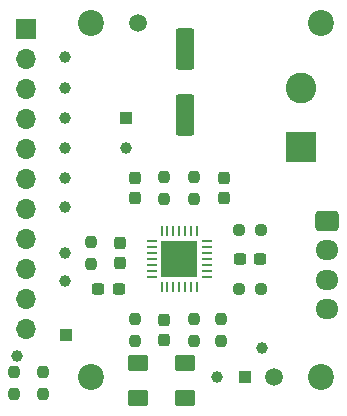
<source format=gbr>
%TF.GenerationSoftware,KiCad,Pcbnew,8.0.4*%
%TF.CreationDate,2024-09-14T10:14:20+02:00*%
%TF.ProjectId,tmc2208-breakout,746d6332-3230-4382-9d62-7265616b6f75,rev?*%
%TF.SameCoordinates,Original*%
%TF.FileFunction,Soldermask,Top*%
%TF.FilePolarity,Negative*%
%FSLAX46Y46*%
G04 Gerber Fmt 4.6, Leading zero omitted, Abs format (unit mm)*
G04 Created by KiCad (PCBNEW 8.0.4) date 2024-09-14 10:14:20*
%MOMM*%
%LPD*%
G01*
G04 APERTURE LIST*
G04 Aperture macros list*
%AMRoundRect*
0 Rectangle with rounded corners*
0 $1 Rounding radius*
0 $2 $3 $4 $5 $6 $7 $8 $9 X,Y pos of 4 corners*
0 Add a 4 corners polygon primitive as box body*
4,1,4,$2,$3,$4,$5,$6,$7,$8,$9,$2,$3,0*
0 Add four circle primitives for the rounded corners*
1,1,$1+$1,$2,$3*
1,1,$1+$1,$4,$5*
1,1,$1+$1,$6,$7*
1,1,$1+$1,$8,$9*
0 Add four rect primitives between the rounded corners*
20,1,$1+$1,$2,$3,$4,$5,0*
20,1,$1+$1,$4,$5,$6,$7,0*
20,1,$1+$1,$6,$7,$8,$9,0*
20,1,$1+$1,$8,$9,$2,$3,0*%
G04 Aperture macros list end*
%ADD10C,1.000000*%
%ADD11R,1.000000X1.000000*%
%ADD12C,2.200000*%
%ADD13RoundRect,0.237500X-0.300000X-0.237500X0.300000X-0.237500X0.300000X0.237500X-0.300000X0.237500X0*%
%ADD14RoundRect,0.250000X-0.725000X0.600000X-0.725000X-0.600000X0.725000X-0.600000X0.725000X0.600000X0*%
%ADD15O,1.950000X1.700000*%
%ADD16RoundRect,0.237500X-0.237500X0.250000X-0.237500X-0.250000X0.237500X-0.250000X0.237500X0.250000X0*%
%ADD17RoundRect,0.237500X-0.237500X0.300000X-0.237500X-0.300000X0.237500X-0.300000X0.237500X0.300000X0*%
%ADD18RoundRect,0.250001X0.624999X-0.462499X0.624999X0.462499X-0.624999X0.462499X-0.624999X-0.462499X0*%
%ADD19R,0.909599X0.254800*%
%ADD20R,0.254800X0.909599*%
%ADD21R,3.098800X3.098800*%
%ADD22RoundRect,0.237500X0.237500X-0.300000X0.237500X0.300000X-0.237500X0.300000X-0.237500X-0.300000X0*%
%ADD23R,1.700000X1.700000*%
%ADD24O,1.700000X1.700000*%
%ADD25RoundRect,0.237500X0.237500X-0.250000X0.237500X0.250000X-0.237500X0.250000X-0.237500X-0.250000X0*%
%ADD26RoundRect,0.237500X0.300000X0.237500X-0.300000X0.237500X-0.300000X-0.237500X0.300000X-0.237500X0*%
%ADD27R,2.600000X2.600000*%
%ADD28C,2.600000*%
%ADD29RoundRect,0.250000X0.550000X-1.500000X0.550000X1.500000X-0.550000X1.500000X-0.550000X-1.500000X0*%
%ADD30RoundRect,0.237500X0.250000X0.237500X-0.250000X0.237500X-0.250000X-0.237500X0.250000X-0.237500X0*%
%ADD31C,1.500000*%
%ADD32RoundRect,0.237500X-0.250000X-0.237500X0.250000X-0.237500X0.250000X0.237500X-0.250000X0.237500X0*%
G04 APERTURE END LIST*
D10*
%TO.C,TP2*%
X147300000Y-43900000D03*
%TD*%
D11*
%TO.C,TP20*%
X152500000Y-49100000D03*
%TD*%
D12*
%TO.C,H2*%
X149500000Y-71000000D03*
%TD*%
D13*
%TO.C,C4*%
X162137500Y-61000000D03*
X163862500Y-61000000D03*
%TD*%
D10*
%TO.C,TP15*%
X164000000Y-68500000D03*
%TD*%
%TO.C,TP4*%
X147300000Y-54100000D03*
%TD*%
D14*
%TO.C,J3*%
X169525000Y-57750000D03*
D15*
X169525000Y-60250000D03*
X169525000Y-62750000D03*
X169525000Y-65250000D03*
%TD*%
D10*
%TO.C,TP6*%
X147300000Y-56600000D03*
%TD*%
D11*
%TO.C,TP19*%
X162600000Y-71000000D03*
%TD*%
D16*
%TO.C,R6*%
X160500000Y-66087500D03*
X160500000Y-67912500D03*
%TD*%
D17*
%TO.C,C1*%
X155750000Y-66137500D03*
X155750000Y-67862500D03*
%TD*%
D18*
%TO.C,STEP1*%
X153500000Y-72737500D03*
X153500000Y-69762500D03*
%TD*%
D12*
%TO.C,H1*%
X149500000Y-41000000D03*
%TD*%
D10*
%TO.C,TP1*%
X147300000Y-49100000D03*
%TD*%
D19*
%TO.C,U1*%
X154652900Y-59500000D03*
X154652900Y-59999999D03*
X154652900Y-60500001D03*
X154652900Y-61000000D03*
X154652900Y-61499999D03*
X154652900Y-62000001D03*
X154652900Y-62500000D03*
D20*
X155500000Y-63347100D03*
X155999999Y-63347100D03*
X156500001Y-63347100D03*
X157000000Y-63347100D03*
X157499999Y-63347100D03*
X158000001Y-63347100D03*
X158500000Y-63347100D03*
D19*
X159347100Y-62500000D03*
X159347100Y-62000001D03*
X159347100Y-61499999D03*
X159347100Y-61000000D03*
X159347100Y-60500001D03*
X159347100Y-59999999D03*
X159347100Y-59500000D03*
D20*
X158500000Y-58652900D03*
X158000001Y-58652900D03*
X157499999Y-58652900D03*
X157000000Y-58652900D03*
X156500001Y-58652900D03*
X155999999Y-58652900D03*
X155500000Y-58652900D03*
D21*
X157000000Y-61000000D03*
%TD*%
D16*
%TO.C,R3*%
X158250000Y-54087500D03*
X158250000Y-55912500D03*
%TD*%
%TO.C,R8*%
X153250000Y-66087500D03*
X153250000Y-67912500D03*
%TD*%
D22*
%TO.C,C5*%
X153250000Y-55862500D03*
X153250000Y-54137500D03*
%TD*%
D18*
%TO.C,EN1*%
X157500000Y-72737500D03*
X157500000Y-69762500D03*
%TD*%
D23*
%TO.C,J1*%
X144000000Y-41500000D03*
D24*
X144000000Y-44040000D03*
X144000000Y-46580000D03*
X144000000Y-49120000D03*
X144000000Y-51660000D03*
X144000000Y-54200000D03*
X144000000Y-56740000D03*
X144000000Y-59280000D03*
X144000000Y-61820000D03*
X144000000Y-64360000D03*
X144000000Y-66900000D03*
%TD*%
D16*
%TO.C,R10*%
X143000000Y-70587500D03*
X143000000Y-72412500D03*
%TD*%
D10*
%TO.C,TP7*%
X147300000Y-60500000D03*
%TD*%
D25*
%TO.C,R2*%
X155750000Y-55912500D03*
X155750000Y-54087500D03*
%TD*%
D26*
%TO.C,C3*%
X151862500Y-63500000D03*
X150137500Y-63500000D03*
%TD*%
D10*
%TO.C,TP5*%
X147300000Y-46500000D03*
%TD*%
D25*
%TO.C,R1*%
X149500000Y-61412500D03*
X149500000Y-59587500D03*
%TD*%
%TO.C,R7*%
X158250000Y-67912500D03*
X158250000Y-66087500D03*
%TD*%
D12*
%TO.C,H4*%
X169000000Y-41000000D03*
%TD*%
D22*
%TO.C,C2*%
X152000000Y-61362500D03*
X152000000Y-59637500D03*
%TD*%
D27*
%TO.C,J4*%
X167305000Y-51500000D03*
D28*
X167305000Y-46500000D03*
%TD*%
D10*
%TO.C,TP3*%
X147300000Y-51600000D03*
%TD*%
D29*
%TO.C,C7*%
X157500000Y-48800000D03*
X157500000Y-43200000D03*
%TD*%
D22*
%TO.C,C6*%
X160750000Y-55862500D03*
X160750000Y-54137500D03*
%TD*%
D10*
%TO.C,TP14*%
X152500000Y-51600000D03*
%TD*%
D30*
%TO.C,R5*%
X163912500Y-58500000D03*
X162087500Y-58500000D03*
%TD*%
D12*
%TO.C,H3*%
X169000000Y-71000000D03*
%TD*%
D10*
%TO.C,TP12*%
X160200000Y-71000000D03*
%TD*%
D31*
%TO.C,FID1*%
X153500000Y-41000000D03*
%TD*%
D11*
%TO.C,TP18*%
X147400000Y-67400000D03*
%TD*%
D31*
%TO.C,FID2*%
X165000000Y-71000000D03*
%TD*%
D32*
%TO.C,R4*%
X162087500Y-63500000D03*
X163912500Y-63500000D03*
%TD*%
D10*
%TO.C,TP16*%
X143250000Y-69250000D03*
%TD*%
D25*
%TO.C,R9*%
X145500000Y-72412500D03*
X145500000Y-70587500D03*
%TD*%
D10*
%TO.C,TP8*%
X147300000Y-62900000D03*
%TD*%
M02*

</source>
